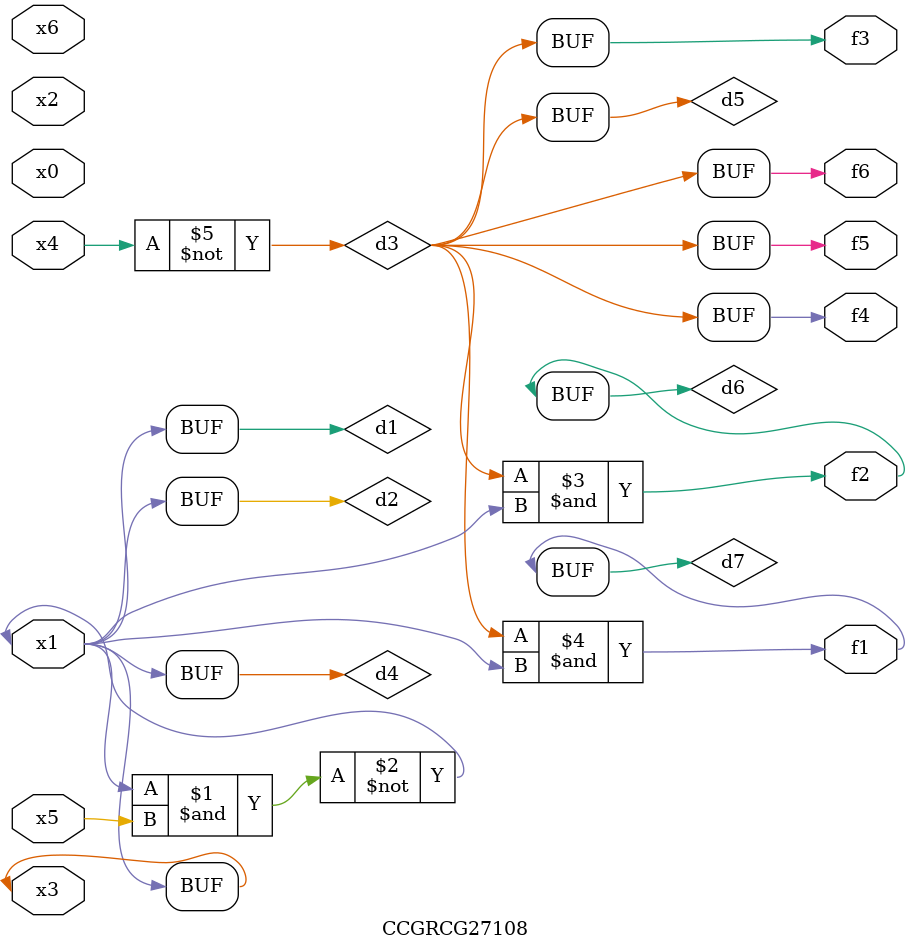
<source format=v>
module CCGRCG27108(
	input x0, x1, x2, x3, x4, x5, x6,
	output f1, f2, f3, f4, f5, f6
);

	wire d1, d2, d3, d4, d5, d6, d7;

	buf (d1, x1, x3);
	nand (d2, x1, x5);
	not (d3, x4);
	buf (d4, d1, d2);
	buf (d5, d3);
	and (d6, d3, d4);
	and (d7, d3, d4);
	assign f1 = d7;
	assign f2 = d6;
	assign f3 = d5;
	assign f4 = d5;
	assign f5 = d5;
	assign f6 = d5;
endmodule

</source>
